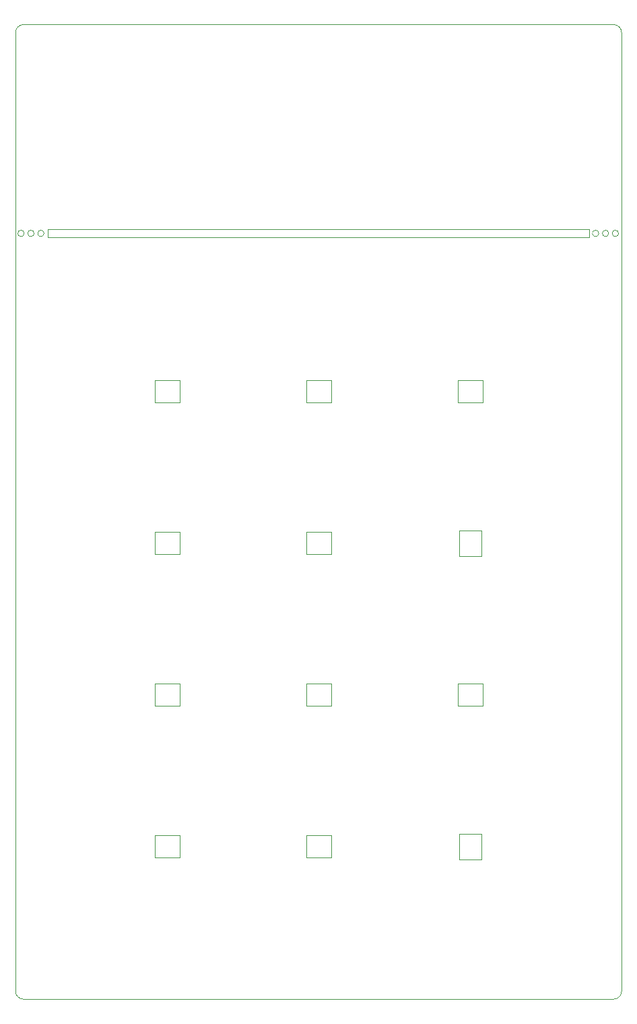
<source format=gbr>
%TF.GenerationSoftware,KiCad,Pcbnew,7.0.6*%
%TF.CreationDate,2024-02-23T19:12:24-05:00*%
%TF.ProjectId,20Key_macropad,32304b65-795f-46d6-9163-726f7061642e,rev?*%
%TF.SameCoordinates,Original*%
%TF.FileFunction,Profile,NP*%
%FSLAX46Y46*%
G04 Gerber Fmt 4.6, Leading zero omitted, Abs format (unit mm)*
G04 Created by KiCad (PCBNEW 7.0.6) date 2024-02-23 19:12:24*
%MOMM*%
%LPD*%
G01*
G04 APERTURE LIST*
%TA.AperFunction,Profile*%
%ADD10C,0.100000*%
%TD*%
%TA.AperFunction,Profile*%
%ADD11C,0.025400*%
%TD*%
G04 APERTURE END LIST*
D10*
X174200000Y-59230000D02*
G75*
G03*
X174200000Y-59230000I-400000J0D01*
G01*
X103200000Y-59230000D02*
G75*
G03*
X103200000Y-59230000I-400000J0D01*
G01*
X176700000Y-59230000D02*
G75*
G03*
X176700000Y-59230000I-400000J0D01*
G01*
X101875000Y-33005000D02*
X176075000Y-33005000D01*
X176075000Y-155415000D02*
G75*
G03*
X177075000Y-154415000I0J1000000D01*
G01*
X101950000Y-59230000D02*
G75*
G03*
X101950000Y-59230000I-400000J0D01*
G01*
X104919000Y-58730000D02*
X172975000Y-58730000D01*
X172975000Y-59730000D01*
X104919000Y-59730000D01*
X104919000Y-58730000D01*
X177075000Y-34005000D02*
G75*
G03*
X176075000Y-33005000I-1000000J0D01*
G01*
X100875000Y-154415000D02*
X100875000Y-34005000D01*
X104450000Y-59230000D02*
G75*
G03*
X104450000Y-59230000I-400000J0D01*
G01*
X177075000Y-34005000D02*
X177075000Y-154415000D01*
X101875000Y-33005000D02*
G75*
G03*
X100875000Y-34005000I0J-1000000D01*
G01*
X175450000Y-59230000D02*
G75*
G03*
X175450000Y-59230000I-400000J0D01*
G01*
X176075000Y-155415000D02*
X101875000Y-155415000D01*
X100875000Y-154415000D02*
G75*
G03*
X101875000Y-155415000I1000000J0D01*
G01*
D11*
%TO.C,LED3*%
X159663300Y-80439300D02*
X159663300Y-77645300D01*
X159663300Y-80439300D02*
X156462900Y-80439300D01*
X159663300Y-77645300D02*
X156462900Y-77645300D01*
X156462900Y-77645300D02*
X156462900Y-80439300D01*
%TO.C,LED1*%
X121563300Y-80439300D02*
X121563300Y-77645300D01*
X121563300Y-80439300D02*
X118362900Y-80439300D01*
X121563300Y-77645300D02*
X118362900Y-77645300D01*
X118362900Y-77645300D02*
X118362900Y-80439300D01*
%TO.C,LED7*%
X121563300Y-118539300D02*
X121563300Y-115745300D01*
X121563300Y-118539300D02*
X118362900Y-118539300D01*
X121563300Y-115745300D02*
X118362900Y-115745300D01*
X118362900Y-115745300D02*
X118362900Y-118539300D01*
%TO.C,LED11*%
X140613300Y-137589300D02*
X140613300Y-134795300D01*
X140613300Y-137589300D02*
X137412900Y-137589300D01*
X140613300Y-134795300D02*
X137412900Y-134795300D01*
X137412900Y-134795300D02*
X137412900Y-137589300D01*
%TO.C,LED9*%
X159663300Y-118539300D02*
X159663300Y-115745300D01*
X159663300Y-118539300D02*
X156462900Y-118539300D01*
X159663300Y-115745300D02*
X156462900Y-115745300D01*
X156462900Y-115745300D02*
X156462900Y-118539300D01*
%TO.C,LED12*%
X156640700Y-137843300D02*
X159434700Y-137843300D01*
X156640700Y-137843300D02*
X156640700Y-134642900D01*
X159434700Y-137843300D02*
X159434700Y-134642900D01*
X159434700Y-134642900D02*
X156640700Y-134642900D01*
%TO.C,LED10*%
X121563300Y-137589300D02*
X121563300Y-134795300D01*
X121563300Y-137589300D02*
X118362900Y-137589300D01*
X121563300Y-134795300D02*
X118362900Y-134795300D01*
X118362900Y-134795300D02*
X118362900Y-137589300D01*
%TO.C,LED2*%
X140613300Y-80439300D02*
X140613300Y-77645300D01*
X140613300Y-80439300D02*
X137412900Y-80439300D01*
X140613300Y-77645300D02*
X137412900Y-77645300D01*
X137412900Y-77645300D02*
X137412900Y-80439300D01*
%TO.C,LED4*%
X121563300Y-99489300D02*
X121563300Y-96695300D01*
X121563300Y-99489300D02*
X118362900Y-99489300D01*
X121563300Y-96695300D02*
X118362900Y-96695300D01*
X118362900Y-96695300D02*
X118362900Y-99489300D01*
%TO.C,LED8*%
X140613300Y-118539300D02*
X140613300Y-115745300D01*
X140613300Y-118539300D02*
X137412900Y-118539300D01*
X140613300Y-115745300D02*
X137412900Y-115745300D01*
X137412900Y-115745300D02*
X137412900Y-118539300D01*
%TO.C,LED5*%
X140613300Y-99489300D02*
X140613300Y-96695300D01*
X140613300Y-99489300D02*
X137412900Y-99489300D01*
X140613300Y-96695300D02*
X137412900Y-96695300D01*
X137412900Y-96695300D02*
X137412900Y-99489300D01*
%TO.C,LED6*%
X156640700Y-99743300D02*
X159434700Y-99743300D01*
X156640700Y-99743300D02*
X156640700Y-96542900D01*
X159434700Y-99743300D02*
X159434700Y-96542900D01*
X159434700Y-96542900D02*
X156640700Y-96542900D01*
%TD*%
M02*

</source>
